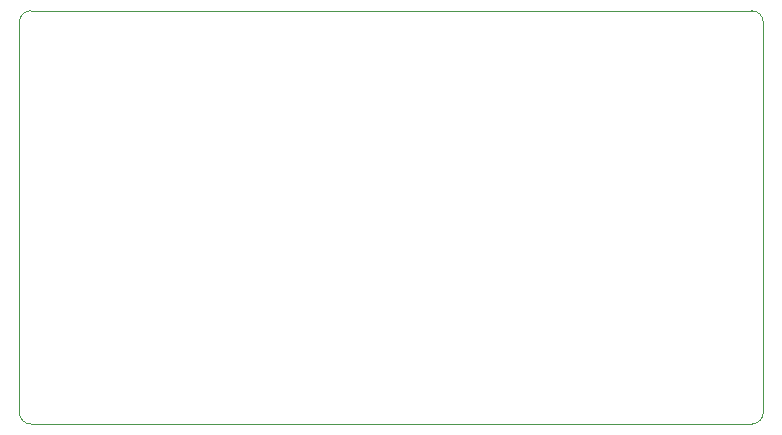
<source format=gbr>
%TF.GenerationSoftware,KiCad,Pcbnew,7.0.5-0*%
%TF.CreationDate,2024-04-27T19:16:13+02:00*%
%TF.ProjectId,esp32-eter,65737033-322d-4657-9465-722e6b696361,rev?*%
%TF.SameCoordinates,Original*%
%TF.FileFunction,Profile,NP*%
%FSLAX46Y46*%
G04 Gerber Fmt 4.6, Leading zero omitted, Abs format (unit mm)*
G04 Created by KiCad (PCBNEW 7.0.5-0) date 2024-04-27 19:16:13*
%MOMM*%
%LPD*%
G01*
G04 APERTURE LIST*
%TA.AperFunction,Profile*%
%ADD10C,0.100000*%
%TD*%
G04 APERTURE END LIST*
D10*
X68000000Y-50000000D02*
G75*
G03*
X67000000Y-51000000I0J-1000000D01*
G01*
X67000000Y-84000000D02*
G75*
G03*
X68000000Y-85000000I1000000J0D01*
G01*
X130000000Y-51000000D02*
G75*
G03*
X129000000Y-50000000I-1000000J0D01*
G01*
X130000000Y-84000000D02*
X130000000Y-51000000D01*
X67000000Y-51000000D02*
X67000000Y-83000000D01*
X129000000Y-85000000D02*
X68000000Y-85000000D01*
X129000000Y-85000000D02*
G75*
G03*
X130000000Y-84000000I0J1000000D01*
G01*
X67000000Y-83000000D02*
X67000000Y-84000000D01*
X129000000Y-50000000D02*
X68000000Y-50000000D01*
M02*

</source>
